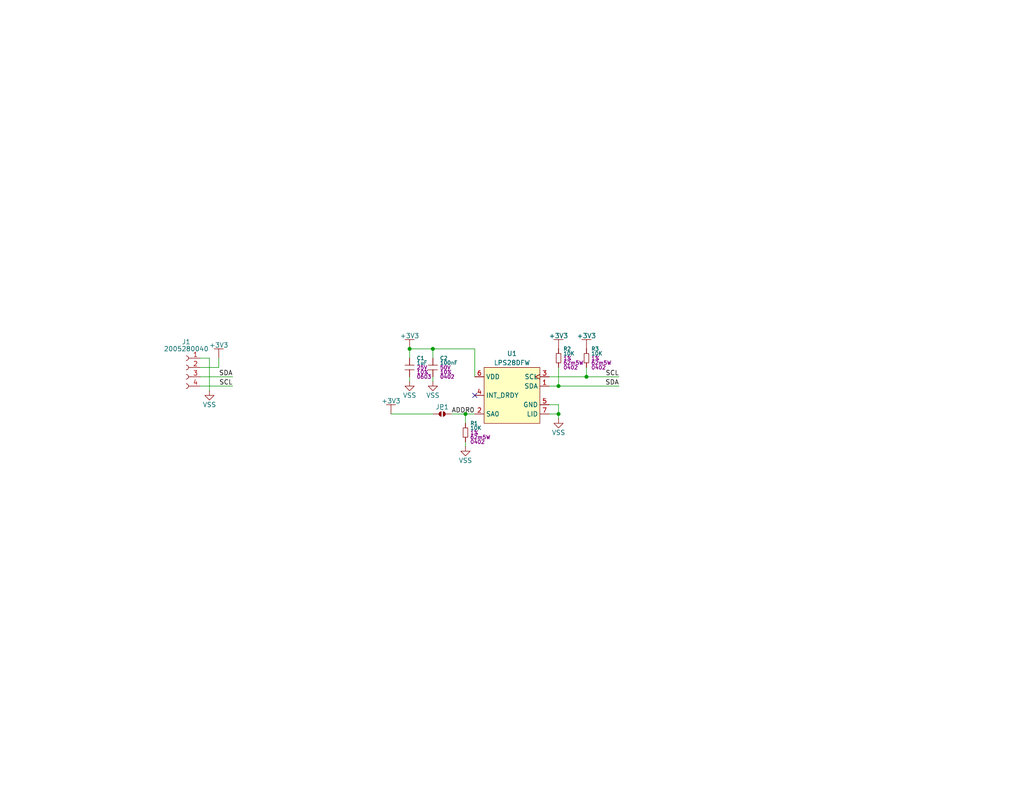
<source format=kicad_sch>
(kicad_sch (version 20250114) (generator "eeschema") (generator_version "9.0")
  (paper "USLetter")
  (title_block (title "LPS28DFW Breakout Board") (date "2025-04-23"))
  (lib_symbols
    (symbol "DS-Connectors:Conn_01x04_Socket" (pin_names (hide yes))
      (property "Reference" "J?" (at 0 8.255 0))
      (property "Value" "VAL" (at 0 6.35 0))
      (symbol "Conn_01x04_Socket_0_1"
        (arc (start 0 4.445) (mid 0.635 3.81) (end 0 3.175))
        (arc (start 0 1.905) (mid 0.635 1.27) (end 0 0.635))
        (arc (start 0 -0.635) (mid 0.635 -1.27) (end 0 -1.905))
        (arc (start 0 -3.175) (mid 0.635 -3.81) (end 0 -4.445))
        (polyline (pts (xy 1.27 3.81) (xy 0.635 3.81)))
        (polyline (pts (xy 1.27 1.27) (xy 0.635 1.27)))
        (polyline (pts (xy 1.27 -1.27) (xy 0.635 -1.27)))
        (polyline (pts (xy 1.27 -3.81) (xy 0.635 -3.81)))
      )
      (symbol "Conn_01x04_Socket_1_0"
        (pin passive line (at 3.81 3.81 180) (length 2.54) (name "") (number "1"))
        (pin passive line (at 3.81 1.27 180) (length 2.54) (name "") (number "2"))
        (pin passive line (at 3.81 -1.27 180) (length 2.54) (name "") (number "3"))
        (pin passive line (at 3.81 -3.81 180) (length 2.54) (name "") (number "4"))
      )
    )
    (symbol "DS-Jumpers:Jumper_2_Open" (pin_numbers (hide yes)) (pin_names (hide yes)) (in_bom no)
      (property "Reference" "JP" (at 0 1.905 0))
      (symbol "Jumper_2_Open_0_1"
        (polyline (pts (xy -0.254 0.635) (xy -0.254 -0.635)))
        (polyline (pts (xy 0.254 -0.635) (xy 0.254 0.635)))
      )
      (symbol "Jumper_2_Open_1_1"
        (arc (start -0.254 -0.635) (mid -0.889 0) (end -0.254 0.635) (fill (type outline)))
        (arc (start 0.254 0.635) (mid 0.889 0) (end 0.254 -0.635) (fill (type outline)))
        (pin passive line (at -2.54 0 0) (length 1.651) (name "") (number "1"))
        (pin passive line (at 2.54 0 180) (length 1.651) (name "") (number "2"))
      )
    )
    (symbol "DS-Power:+3V3" (power) (pin_numbers (hide yes)) (pin_names (offset 0) (hide yes))
      (property "Value" "+3V3" (at 0 3.556 0))
      (symbol "+3V3_0_1"
        (polyline (pts (xy -1.27 2.54) (xy 0 2.54)))
        (polyline (pts (xy 0 2.54) (xy 1.27 2.54)))
        (polyline (pts (xy 0 0) (xy 0 2.54)))
      )
      (symbol "+3V3_1_1"
        (pin power_in line (at 0 0 90) (length 0) (name "~") (number "1"))
      )
    )
    (symbol "DS-Power:VSS" (power) (pin_numbers (hide yes)) (pin_names (offset 0) (hide yes))
      (property "Value" "VSS" (at 0 -3.81 0))
      (symbol "VSS_0_1"
        (polyline (pts (xy 0 0) (xy 0 -1.27) (xy 1.27 -1.27) (xy 0 -2.54) (xy -1.27 -1.27) (xy 0 -1.27)))
      )
      (symbol "VSS_1_1"
        (pin power_in line (at 0 0 270) (length 0) (name "~") (number "1"))
      )
    )
    (symbol "lib_sch:C" (pin_numbers (hide yes)) (pin_names (hide yes))
      (property "Reference" "C?" (at 1.905 2.54 0))
      (property "Value" "CAP" (at 1.905 1.27 0))
      (property "Tolerance" "TOL" (at 1.905 -1.27 0))
      (property "Voltage Rating" "VOLTAGE" (at 1.905 0 0))
      (property "Package" "PKG" (at 1.905 -2.54 0))
      (symbol "C_0_1"
        (polyline (pts (xy -1.27 0.635) (xy 1.27 0.635)))
        (polyline (pts (xy -1.27 -0.635) (xy 1.27 -0.635)))
      )
      (symbol "C_1_1"
        (pin passive line (at 0 2.54 270) (length 1.905) (name "") (number "1"))
        (pin passive line (at 0 -2.54 90) (length 1.905) (name "") (number "2"))
      )
    )
    (symbol "lib_sch:LPS28DFW"
      (property "Reference" "U?" (at 0 11.43 0))
      (property "Value" "LPS28DFW" (at 0 8.89 0))
      (symbol "LPS28DFW_0_0"
        (pin power_in line (at -10.16 5.08 0) (length 2.54) (name "VDD") (number "6"))
        (pin output line (at -10.16 0 0) (length 2.54) (name "INT_DRDY") (number "4"))
        (pin input line (at -10.16 -5.08 0) (length 2.54) (name "SA0") (number "2"))
        (pin bidirectional clock (at 10.16 5.08 180) (length 2.54) (name "SCL") (number "3"))
        (pin bidirectional line (at 10.16 2.54 180) (length 2.54) (name "SDA") (number "1"))
        (pin passive line (at 10.16 -2.54 180) (length 2.54) (name "GND") (number "5"))
      )
      (symbol "LPS28DFW_1_0"
        (pin passive line (at 10.16 -5.08 180) (length 2.54) (name "LID") (number "7"))
      )
      (symbol "LPS28DFW_1_1"
        (rectangle (start -7.62 7.62) (end 7.62 -7.62) (fill (type background)))
      )
    )
    (symbol "lib_sch:R"
      (property "Reference" "R?" (at 1.27 2.54 0))
      (property "Value" "VAL" (at 1.27 1.27 0))
      (property "Tolerance" "TOL" (at 1.27 0 0))
      (property "Power Rating" "PWR" (at 1.27 -1.27 0))
      (property "Package" "PKG" (at 1.27 -2.54 0))
      (symbol "R_0_1"
        (polyline (pts (xy -0.635 1.27) (xy -0.635 -1.27) (xy 0.635 -1.27) (xy 0.635 1.27) (xy -0.635 1.27)))
      )
      (symbol "R_1_1"
        (pin passive line (at 0 2.54 270) (length 1.27) (name "") (number "1"))
        (pin passive line (at 0 -2.54 90) (length 1.27) (name "") (number "2"))
      )
    )
  )
  (junction (at 118.11 95.25))
  (junction (at 152.4 105.41))
  (junction (at 127 113.03))
  (junction (at 160.02 102.87))
  (junction (at 111.76 95.25))
  (junction (at 152.4 113.03))
  (no_connect (at 129.54 107.95))
  (wire (pts (xy 127 115.57) (xy 127 113.03)))
  (wire (pts (xy 152.4 105.41) (xy 168.91 105.41)))
  (wire (pts (xy 111.76 95.25) (xy 118.11 95.25)))
  (wire (pts (xy 149.86 105.41) (xy 152.4 105.41)))
  (wire (pts (xy 59.69 100.33) (xy 59.69 97.79)))
  (wire (pts (xy 152.4 100.33) (xy 152.4 105.41)))
  (wire (pts (xy 54.61 105.41) (xy 63.5 105.41)))
  (wire (pts (xy 118.11 102.87) (xy 118.11 104.14)))
  (wire (pts (xy 152.4 113.03) (xy 149.86 113.03)))
  (wire (pts (xy 118.11 95.25) (xy 129.54 95.25)))
  (wire (pts (xy 57.15 97.79) (xy 54.61 97.79)))
  (wire (pts (xy 118.11 95.25) (xy 118.11 97.79)))
  (wire (pts (xy 127 113.03) (xy 129.54 113.03)))
  (wire (pts (xy 160.02 102.87) (xy 168.91 102.87)))
  (wire (pts (xy 111.76 95.25) (xy 111.76 97.79)))
  (wire (pts (xy 106.68 113.03) (xy 118.11 113.03)))
  (wire (pts (xy 149.86 110.49) (xy 152.4 110.49)))
  (wire (pts (xy 54.61 102.87) (xy 63.5 102.87)))
  (wire (pts (xy 149.86 102.87) (xy 160.02 102.87)))
  (wire (pts (xy 152.4 114.3) (xy 152.4 113.03)))
  (wire (pts (xy 152.4 110.49) (xy 152.4 113.03)))
  (wire (pts (xy 160.02 100.33) (xy 160.02 102.87)))
  (wire (pts (xy 123.19 113.03) (xy 127 113.03)))
  (wire (pts (xy 54.61 100.33) (xy 59.69 100.33)))
  (wire (pts (xy 129.54 95.25) (xy 129.54 102.87)))
  (wire (pts (xy 127 120.65) (xy 127 121.92)))
  (wire (pts (xy 111.76 102.87) (xy 111.76 104.14)))
  (wire (pts (xy 57.15 106.68) (xy 57.15 97.79)))
  (label "SCL" (at 168.91 102.87 180))
  (label "SCL" (at 63.5 105.41 180))
  (label "ADDR0" (at 123.19 113.03 0))
  (label "SDA" (at 168.91 105.41 180))
  (label "SDA" (at 63.5 102.87 180))
  (symbol (lib_id "DS-Power:+3V3") (at 106.68 113.03 0) (unit 1)
    (property "Reference" "#PWR010" (effects (hide yes)))
    (property "Value" "+3V3" (at 106.68 109.474 0))
  )
  (symbol (lib_id "DS-Connectors:Conn_01x04_Socket") (at 50.8 101.6 0) (unit 1)
    (property "Reference" "J1" (at 50.8 93.345 0))
    (property "Value" "2005280040" (at 50.8 95.25 0))
    (property "Footprint" "lib_fp:2005280040" (effects (hide yes)))
    (property "Datasheet" "datasheets/Molex-2005280040.pdf" (effects (hide yes)))
    (property "Description" "CONN FFC FPC BOTTOM 4POS 1MM R/A" (effects (hide yes)))
    (property "Manufacturer" "Molex" (effects (hide yes)))
    (property "MPN" "2005280040" (effects (hide yes)))
    (property "DKPN" "WM20760CT-ND" (effects (hide yes)))
  )
  (symbol (lib_id "DS-Jumpers:Jumper_2_Open") (at 120.65 113.03 0) (unit 1) (in_bom no)
    (property "Reference" "JP1" (at 120.65 111.125 0))
    (property "Value" "~" (at 120.65 111.76 0))
    (property "Footprint" "lib_fp:SolderJumper-2_P1.3mm_Open_TrianglePad1.0x1.5mm" (effects (hide yes)))
  )
  (symbol (lib_id "lib_sch:R") (at 152.4 97.79 0) (unit 1)
    (property "Reference" "R2" (at 153.67 95.25 0) (effects (font (size 1.016 1.016)) (justify left)))
    (property "Value" "10K" (at 153.67 96.52 0) (effects (font (size 1.016 1.016)) (justify left)))
    (property "Footprint" "lib_fp:CRCW0402" (effects (hide yes)))
    (property "Datasheet" "datasheets/Vishay-Dale-DCRCWe3.pdf" (effects (hide yes)))
    (property "Description" "RES SMD 10K OHM 1% 1/16W 0402" (effects (hide yes)))
    (property "Manufacturer" "Vishay Dale" (effects (hide yes)))
    (property "MPN" "CRCW040210K0FKED" (effects (hide yes)))
    (property "DKPN" "541-10.0KLCT-ND" (effects (hide yes)))
    (property "Tolerance" "1%" (at 153.67 97.79 0) (effects (font (size 1.016 1.016)) (justify left)))
    (property "Power Rating" "62m5W" (at 153.67 99.06 0) (effects (font (size 1.016 1.016)) (justify left)))
    (property "Package" "0402" (at 153.67 100.33 0) (effects (font (size 1.016 1.016)) (justify left)))
  )
  (symbol (lib_id "DS-Power:+3V3") (at 59.69 97.79 0) (unit 1)
    (property "Reference" "#PWR012" (effects (hide yes)))
    (property "Value" "+3V3" (at 59.69 94.234 0))
  )
  (symbol (lib_id "lib_sch:LPS28DFW") (at 139.7 107.95 0) (unit 1)
    (property "Reference" "U1" (at 139.7 96.52 0))
    (property "Value" "LPS28DFW" (at 139.7 99.06 0))
    (property "Footprint" "lib_fp:CCLGA7_LPS28DFWTR" (effects (hide yes)))
    (property "Datasheet" "datasheets/ST-LPS28DFW.pdf" (effects (hide yes)))
    (property "Description" "SENSOR 58.89PSIA 24BIT CCLGA-7L" (effects (hide yes)))
    (property "Manufacturer" "STMicroelectronics" (effects (hide yes)))
    (property "MPN" "LPS28DFWTR" (effects (hide yes)))
    (property "DKPN" "497-LPS28DFWTRCT-ND" (effects (hide yes)))
  )
  (symbol (lib_id "DS-Power:VSS") (at 118.11 104.14 0) (unit 1)
    (property "Reference" "#PWR06" (effects (hide yes)))
    (property "Value" "VSS" (at 118.11 107.95 0))
  )
  (symbol (lib_id "DS-Power:+3V3") (at 111.76 95.25 0) (unit 1)
    (property "Reference" "#PWR01" (effects (hide yes)))
    (property "Value" "+3V3" (at 111.76 91.694 0))
  )
  (symbol (lib_id "lib_sch:C") (at 118.11 100.33 0) (unit 1)
    (property "Reference" "C2" (at 120.015 97.79 0) (effects (font (size 1.016 1.016)) (justify left)))
    (property "Value" "100nF" (at 120.015 99.06 0) (effects (font (size 1.016 1.016)) (justify left)))
    (property "Footprint" "lib_fp:GCM0402" (effects (hide yes)))
    (property "Datasheet" "datasheets/Murata-Electronics-GRT155R71H104KE01.pdf" (effects (hide yes)))
    (property "Description" "CAP CER 0.1UF 50V X7R 0402" (effects (hide yes)))
    (property "Manufacturer" "Murata Electronics" (effects (hide yes)))
    (property "MPN" "GRT155R71H104KE01D" (effects (hide yes)))
    (property "DKPN" "490-GRT155R71H104KE01DCT-ND" (effects (hide yes)))
    (property "Tolerance" "10%" (at 120.015 101.6 0) (effects (font (size 1.016 1.016)) (justify left)))
    (property "Voltage Rating" "50V" (at 120.015 100.33 0) (effects (font (size 1.016 1.016)) (justify left)))
    (property "Package" "0402" (at 120.015 102.87 0) (effects (font (size 1.016 1.016)) (justify left)))
  )
  (symbol (lib_id "DS-Power:VSS") (at 127 121.92 0) (unit 1)
    (property "Reference" "#PWR05" (effects (hide yes)))
    (property "Value" "VSS" (at 127 125.73 0))
  )
  (symbol (lib_id "DS-Power:VSS") (at 152.4 114.3 0) (unit 1)
    (property "Reference" "#PWR02" (effects (hide yes)))
    (property "Value" "VSS" (at 152.4 118.11 0))
  )
  (symbol (lib_id "lib_sch:C") (at 111.76 100.33 0) (unit 1)
    (property "Reference" "C1" (at 113.665 97.79 0) (effects (font (size 1.016 1.016)) (justify left)))
    (property "Value" "1uF" (at 113.665 99.06 0) (effects (font (size 1.016 1.016)) (justify left)))
    (property "Footprint" "lib_fp:GRT0603" (effects (hide yes)))
    (property "Datasheet" "datasheets/Murata-Electronics-GRT188R71E105KE13.pdf" (effects (hide yes)))
    (property "Description" "CAP CER 1UF 25V X7R 0603" (effects (hide yes)))
    (property "Manufacturer" "Murata Electronics" (effects (hide yes)))
    (property "MPN" "GRT188R71E105KE13D" (effects (hide yes)))
    (property "DKPN" "490-GRT188R71E105KE13DCT-ND" (effects (hide yes)))
    (property "Tolerance" "10%" (at 113.665 101.6 0) (effects (font (size 1.016 1.016)) (justify left)))
    (property "Voltage Rating" "25V" (at 113.665 100.33 0) (effects (font (size 1.016 1.016)) (justify left)))
    (property "Package" "0603" (at 113.665 102.87 0) (effects (font (size 1.016 1.016)) (justify left)))
  )
  (symbol (lib_id "DS-Power:VSS") (at 111.76 104.14 0) (unit 1)
    (property "Reference" "#PWR07" (effects (hide yes)))
    (property "Value" "VSS" (at 111.76 107.95 0))
  )
  (symbol (lib_id "DS-Power:VSS") (at 57.15 106.68 0) (unit 1)
    (property "Reference" "#PWR011" (effects (hide yes)))
    (property "Value" "VSS" (at 57.15 110.49 0))
  )
  (symbol (lib_id "DS-Power:+3V3") (at 160.02 95.25 0) (unit 1)
    (property "Reference" "#PWR04" (effects (hide yes)))
    (property "Value" "+3V3" (at 160.02 91.694 0))
  )
  (symbol (lib_id "lib_sch:R") (at 127 118.11 0) (unit 1)
    (property "Reference" "R1" (at 128.27 115.57 0) (effects (font (size 1.016 1.016)) (justify left)))
    (property "Value" "10K" (at 128.27 116.84 0) (effects (font (size 1.016 1.016)) (justify left)))
    (property "Footprint" "lib_fp:CRCW0402" (effects (hide yes)))
    (property "Datasheet" "datasheets/Vishay-Dale-DCRCWe3.pdf" (effects (hide yes)))
    (property "Description" "RES SMD 10K OHM 1% 1/16W 0402" (effects (hide yes)))
    (property "Manufacturer" "Vishay Dale" (effects (hide yes)))
    (property "MPN" "CRCW040210K0FKED" (effects (hide yes)))
    (property "DKPN" "541-10.0KLCT-ND" (effects (hide yes)))
    (property "Tolerance" "1%" (at 128.27 118.11 0) (effects (font (size 1.016 1.016)) (justify left)))
    (property "Power Rating" "62m5W" (at 128.27 119.38 0) (effects (font (size 1.016 1.016)) (justify left)))
    (property "Package" "0402" (at 128.27 120.65 0) (effects (font (size 1.016 1.016)) (justify left)))
  )
  (symbol (lib_id "lib_sch:R") (at 160.02 97.79 0) (unit 1)
    (property "Reference" "R3" (at 161.29 95.25 0) (effects (font (size 1.016 1.016)) (justify left)))
    (property "Value" "10K" (at 161.29 96.52 0) (effects (font (size 1.016 1.016)) (justify left)))
    (property "Footprint" "lib_fp:CRCW0402" (effects (hide yes)))
    (property "Datasheet" "datasheets/Vishay-Dale-DCRCWe3.pdf" (effects (hide yes)))
    (property "Description" "RES SMD 10K OHM 1% 1/16W 0402" (effects (hide yes)))
    (property "Manufacturer" "Vishay Dale" (effects (hide yes)))
    (property "MPN" "CRCW040210K0FKED" (effects (hide yes)))
    (property "DKPN" "541-10.0KLCT-ND" (effects (hide yes)))
    (property "Tolerance" "1%" (at 161.29 97.79 0) (effects (font (size 1.016 1.016)) (justify left)))
    (property "Power Rating" "62m5W" (at 161.29 99.06 0) (effects (font (size 1.016 1.016)) (justify left)))
    (property "Package" "0402" (at 161.29 100.33 0) (effects (font (size 1.016 1.016)) (justify left)))
  )
  (symbol (lib_id "DS-Power:+3V3") (at 152.4 95.25 0) (unit 1)
    (property "Reference" "#PWR03" (effects (hide yes)))
    (property "Value" "+3V3" (at 152.4 91.694 0))
  )
)
</source>
